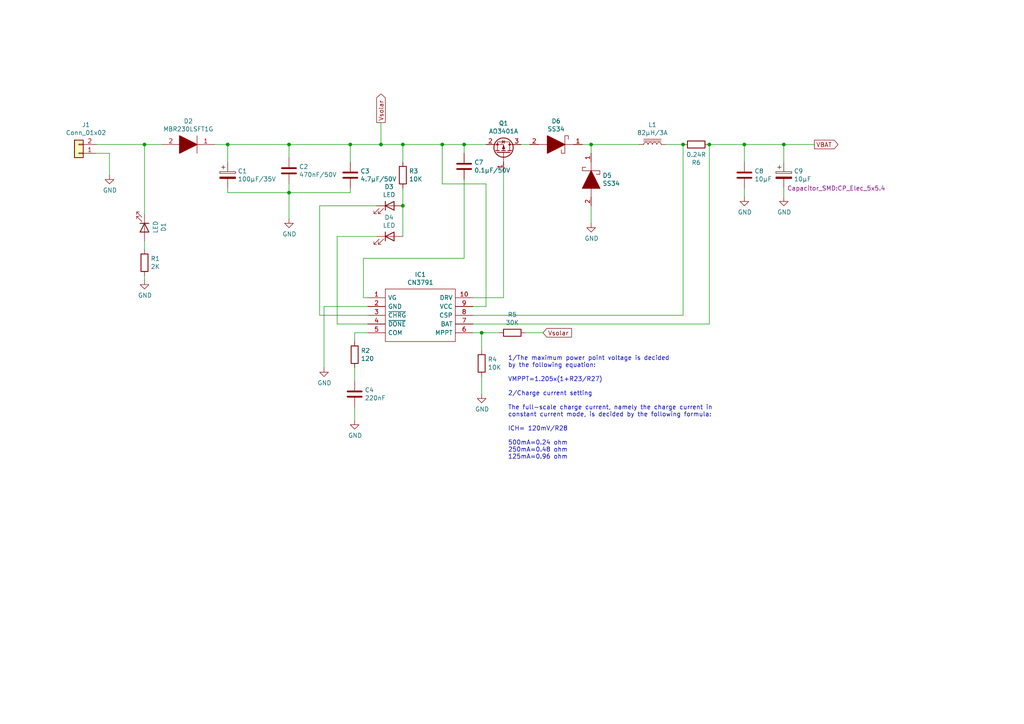
<source format=kicad_sch>
(kicad_sch (version 20211123) (generator eeschema)
  (paper "A4")
  (title_block (title "Open_beehive_scale_board") (date "2022-05-16") (rev "V0.1") (company "Ratamuse"))
  (lib_symbols
    (symbol "CN3791:CN3791" (pin_names (offset 0.762))
      (property "Reference" "IC" (at 26.67 7.62 0))
      (property "Value" "CN3791" (at 26.67 5.08 0))
      (symbol "CN3791_0_0"
        (pin passive line (at 0 0 0) (length 5.08) (name "VG") (number "1"))
        (pin passive line (at 30.48 0 180) (length 5.08) (name "DRV") (number "10"))
        (pin passive line (at 0 -2.54 0) (length 5.08) (name "GND") (number "2"))
        (pin passive line (at 0 -5.08 0) (length 5.08) (name "~{CHRG}") (number "3"))
        (pin passive line (at 0 -7.62 0) (length 5.08) (name "~{DONE}") (number "4"))
        (pin passive line (at 0 -10.16 0) (length 5.08) (name "COM") (number "5"))
        (pin passive line (at 30.48 -10.16 180) (length 5.08) (name "MPPT") (number "6"))
        (pin passive line (at 30.48 -7.62 180) (length 5.08) (name "BAT") (number "7"))
        (pin passive line (at 30.48 -5.08 180) (length 5.08) (name "CSP") (number "8"))
        (pin passive line (at 30.48 -2.54 180) (length 5.08) (name "VCC") (number "9"))
      )
      (symbol "CN3791_0_1"
        (polyline (pts (xy 5.08 2.54) (xy 25.4 2.54) (xy 25.4 -12.7) (xy 5.08 -12.7) (xy 5.08 2.54)) (stroke (width 0.1524)))
      )
    )
    (symbol "Connector_Generic:Conn_01x02" (pin_names (offset 1.016) hide)
      (property "Reference" "J" (at 0 2.54 0))
      (property "Value" "Conn_01x02" (at 0 -5.08 0))
      (symbol "Conn_01x02_1_1"
        (rectangle (start -1.27 -2.413) (end 0 -2.667) (stroke (width 0.1524)))
        (rectangle (start -1.27 0.127) (end 0 -0.127) (stroke (width 0.1524)))
        (rectangle (start -1.27 1.27) (end 1.27 -3.81) (stroke (width 0.254)) (fill (type background)))
        (pin passive line (at -5.08 0 0) (length 3.81) (name "Pin_1") (number "1"))
        (pin passive line (at -5.08 -2.54 0) (length 3.81) (name "Pin_2") (number "2"))
      )
    )
    (symbol "Device:C" (pin_numbers hide) (pin_names (offset 0.254))
      (property "Reference" "C" (at 0.635 2.54 0))
      (property "Value" "C" (at 0.635 -2.54 0))
      (symbol "C_0_1"
        (polyline (pts (xy -2.032 -0.762) (xy 2.032 -0.762)) (stroke (width 0.508)))
        (polyline (pts (xy -2.032 0.762) (xy 2.032 0.762)) (stroke (width 0.508)))
      )
      (symbol "C_1_1"
        (pin passive line (at 0 3.81 270) (length 2.794) (name "~") (number "1"))
        (pin passive line (at 0 -3.81 90) (length 2.794) (name "~") (number "2"))
      )
    )
    (symbol "Device:LED" (pin_numbers hide) (pin_names (offset 1.016) hide)
      (property "Reference" "D" (at 0 2.54 0))
      (property "Value" "LED" (at 0 -2.54 0))
      (symbol "LED_0_1"
        (polyline (pts (xy -1.27 -1.27) (xy -1.27 1.27)) (stroke (width 0.254)))
        (polyline (pts (xy -1.27 0) (xy 1.27 0)))
        (polyline (pts (xy 1.27 -1.27) (xy 1.27 1.27) (xy -1.27 0) (xy 1.27 -1.27)) (stroke (width 0.254)))
        (polyline (pts (xy -3.048 -0.762) (xy -4.572 -2.286) (xy -3.81 -2.286) (xy -4.572 -2.286) (xy -4.572 -1.524)))
        (polyline (pts (xy -1.778 -0.762) (xy -3.302 -2.286) (xy -2.54 -2.286) (xy -3.302 -2.286) (xy -3.302 -1.524)))
      )
      (symbol "LED_1_1"
        (pin passive line (at -3.81 0 0) (length 2.54) (name "K") (number "1"))
        (pin passive line (at 3.81 0 180) (length 2.54) (name "A") (number "2"))
      )
    )
    (symbol "Device:R" (pin_numbers hide) (pin_names (offset 0))
      (property "Reference" "R" (at 2.032 0 90))
      (property "Value" "R" (at 0 0 90))
      (symbol "R_0_1"
        (rectangle (start -1.016 -2.54) (end 1.016 2.54) (stroke (width 0.254)))
      )
      (symbol "R_1_1"
        (pin passive line (at 0 3.81 270) (length 1.27) (name "~") (number "1"))
        (pin passive line (at 0 -3.81 90) (length 1.27) (name "~") (number "2"))
      )
    )
    (symbol "MBR230LSFT1G:MBR230LSFT1G" (pin_names (offset 0.762))
      (property "Reference" "D" (at 11.43 5.08 0))
      (property "Value" "MBR230LSFT1G" (at 11.43 2.54 0))
      (symbol "MBR230LSFT1G_0_0"
        (pin passive line (at 0 0 0) (length 5.08) (name "~") (number "1"))
        (pin passive line (at 15.24 0 180) (length 5.08) (name "~") (number "2"))
      )
      (symbol "MBR230LSFT1G_0_1"
        (polyline (pts (xy 5.08 2.54) (xy 5.08 -2.54)) (stroke (width 0.1524)))
        (polyline (pts (xy 5.08 0) (xy 10.16 2.54) (xy 10.16 -2.54) (xy 5.08 0)) (stroke (width 0.254)) (fill (type outline)))
      )
    )
    (symbol "SS34:SS34" (pin_names (offset 0.762))
      (property "Reference" "D" (at 12.7 8.89 0))
      (property "Value" "SS34" (at 12.7 6.35 0))
      (symbol "SS34_0_0"
        (pin passive line (at 2.54 0 0) (length 2.54) (name "~") (number "1"))
        (pin passive line (at 17.78 0 180) (length 2.54) (name "~") (number "2"))
      )
      (symbol "SS34_0_1"
        (polyline (pts (xy 5.08 0) (xy 7.62 0)) (stroke (width 0.1524)))
        (polyline (pts (xy 7.62 2.54) (xy 7.62 -2.54)) (stroke (width 0.1524)))
        (polyline (pts (xy 12.7 0) (xy 15.24 0)) (stroke (width 0.1524)))
        (polyline (pts (xy 7.62 -2.54) (xy 6.604 -2.54) (xy 6.604 -1.524)) (stroke (width 0.1524)))
        (polyline (pts (xy 7.62 2.54) (xy 8.636 2.54) (xy 8.636 1.524)) (stroke (width 0.1524)))
        (polyline (pts (xy 7.62 0) (xy 12.7 2.54) (xy 12.7 -2.54) (xy 7.62 0)) (stroke (width 0.254)) (fill (type outline)))
      )
    )
    (symbol "Transistor_FET:AO3401A" (pin_names hide)
      (property "Reference" "Q" (at 5.08 1.905 0))
      (property "Value" "AO3401A" (at 5.08 0 0))
      (symbol "AO3401A_0_1"
        (polyline (pts (xy 0.254 0) (xy -2.54 0)))
        (polyline (pts (xy 0.254 1.905) (xy 0.254 -1.905)) (stroke (width 0.254)))
        (polyline (pts (xy 0.762 -1.27) (xy 0.762 -2.286)) (stroke (width 0.254)))
        (polyline (pts (xy 0.762 0.508) (xy 0.762 -0.508)) (stroke (width 0.254)))
        (polyline (pts (xy 0.762 2.286) (xy 0.762 1.27)) (stroke (width 0.254)))
        (polyline (pts (xy 2.54 2.54) (xy 2.54 1.778)))
        (polyline (pts (xy 2.54 -2.54) (xy 2.54 0) (xy 0.762 0)))
        (polyline (pts (xy 0.762 1.778) (xy 3.302 1.778) (xy 3.302 -1.778) (xy 0.762 -1.778)))
        (polyline (pts (xy 2.286 0) (xy 1.27 0.381) (xy 1.27 -0.381) (xy 2.286 0)) (fill (type outline)))
        (polyline (pts (xy 2.794 -0.508) (xy 2.921 -0.381) (xy 3.683 -0.381) (xy 3.81 -0.254)))
        (polyline (pts (xy 3.302 -0.381) (xy 2.921 0.254) (xy 3.683 0.254) (xy 3.302 -0.381)))
        (circle (center 1.651 0) (radius 2.794) (stroke (width 0.254)))
        (circle (center 2.54 -1.778) (radius 0.254) (fill (type outline)))
        (circle (center 2.54 1.778) (radius 0.254) (fill (type outline)))
      )
      (symbol "AO3401A_1_1"
        (pin input line (at -5.08 0 0) (length 2.54) (name "G") (number "1"))
        (pin passive line (at 2.54 -5.08 90) (length 2.54) (name "S") (number "2"))
        (pin passive line (at 2.54 5.08 270) (length 2.54) (name "D") (number "3"))
      )
    )
    (symbol "power:GND" (power) (pin_names (offset 0))
      (property "Value" "GND" (at 0 -3.81 0))
      (symbol "GND_0_1"
        (polyline (pts (xy 0 0) (xy 0 -1.27) (xy 1.27 -1.27) (xy 0 -2.54) (xy -1.27 -1.27) (xy 0 -1.27)))
      )
      (symbol "GND_1_1"
        (pin power_in line (at 0 0 270) (length 0) hide (name "GND") (number "1"))
      )
    )
    (symbol "ruche-rescue:CP-Device" (pin_numbers hide) (pin_names (offset 0.254))
      (property "Reference" "C" (at 0.635 2.54 0))
      (property "Value" "CP-Device" (at 0.635 -2.54 0))
      (symbol "CP-Device_0_1"
        (rectangle (start -2.286 0.508) (end 2.286 1.016))
        (polyline (pts (xy -1.778 2.286) (xy -0.762 2.286)))
        (polyline (pts (xy -1.27 2.794) (xy -1.27 1.778)))
        (rectangle (start 2.286 -0.508) (end -2.286 -1.016) (fill (type outline)))
      )
      (symbol "CP-Device_1_1"
        (pin passive line (at 0 3.81 270) (length 2.794) (name "~") (number "1"))
        (pin passive line (at 0 -3.81 90) (length 2.794) (name "~") (number "2"))
      )
    )
    (symbol "ruche-rescue:L_Core_Iron-Device" (pin_numbers hide) (pin_names (offset 1.016) hide)
      (property "Reference" "L" (at -1.27 0 90))
      (property "Value" "L_Core_Iron-Device" (at 2.794 0 90))
      (symbol "L_Core_Iron-Device_0_1"
        (arc (start 0 -2.54) (mid 0.635 -1.905) (end 0 -1.27))
        (arc (start 0 -1.27) (mid 0.635 -0.635) (end 0 0))
        (polyline (pts (xy 1.016 2.54) (xy 1.016 -2.54)))
        (polyline (pts (xy 1.524 -2.54) (xy 1.524 2.54)))
        (arc (start 0 0) (mid 0.635 0.635) (end 0 1.27))
        (arc (start 0 1.27) (mid 0.635 1.905) (end 0 2.54))
      )
      (symbol "L_Core_Iron-Device_1_1"
        (pin passive line (at 0 3.81 270) (length 1.27) (name "1") (number "1"))
        (pin passive line (at 0 -3.81 90) (length 1.27) (name "2") (number "2"))
      )
    )
  )
  (junction (at 215.9 41.91))
  (junction (at 66.04 41.91))
  (junction (at 101.6 41.91))
  (junction (at 116.84 41.91))
  (junction (at 134.62 41.91))
  (junction (at 227.33 41.91))
  (junction (at 171.45 41.91))
  (junction (at 110.49 41.91))
  (junction (at 83.82 55.88))
  (junction (at 198.12 41.91))
  (junction (at 83.82 41.91))
  (junction (at 139.7 96.52))
  (junction (at 41.91 41.91))
  (junction (at 205.74 41.91))
  (junction (at 128.27 41.91))
  (junction (at 116.84 59.69))
  (wire (pts (xy 83.82 55.88) (xy 83.82 63.5)))
  (wire (pts (xy 83.82 41.91) (xy 101.6 41.91)))
  (wire (pts (xy 215.9 41.91) (xy 215.9 46.99)))
  (wire (pts (xy 128.27 41.91) (xy 134.62 41.91)))
  (wire (pts (xy 134.62 44.45) (xy 134.62 41.91)))
  (wire (pts (xy 66.04 41.91) (xy 66.04 46.99)))
  (wire (pts (xy 137.16 93.98) (xy 205.74 93.98)))
  (wire (pts (xy 105.41 86.36) (xy 106.68 86.36)))
  (wire (pts (xy 92.71 91.44) (xy 106.68 91.44)))
  (wire (pts (xy 110.49 35.56) (xy 110.49 41.91)))
  (wire (pts (xy 41.91 81.28) (xy 41.91 80.01)))
  (wire (pts (xy 215.9 57.15) (xy 215.9 54.61)))
  (wire (pts (xy 134.62 41.91) (xy 140.97 41.91)))
  (wire (pts (xy 31.75 44.45) (xy 31.75 50.8)))
  (wire (pts (xy 134.62 74.93) (xy 105.41 74.93)))
  (wire (pts (xy 215.9 41.91) (xy 227.33 41.91)))
  (wire (pts (xy 137.16 96.52) (xy 139.7 96.52)))
  (wire (pts (xy 41.91 72.39) (xy 41.91 69.85)))
  (wire (pts (xy 151.13 41.91) (xy 153.67 41.91)))
  (wire (pts (xy 93.98 88.9) (xy 106.68 88.9)))
  (wire (pts (xy 83.82 53.34) (xy 83.82 55.88)))
  (wire (pts (xy 137.16 86.36) (xy 146.05 86.36)))
  (wire (pts (xy 92.71 59.69) (xy 92.71 91.44)))
  (wire (pts (xy 139.7 109.22) (xy 139.7 114.3)))
  (wire (pts (xy 193.04 41.91) (xy 198.12 41.91)))
  (wire (pts (xy 66.04 55.88) (xy 66.04 54.61)))
  (wire (pts (xy 171.45 41.91) (xy 171.45 44.45)))
  (wire (pts (xy 152.4 96.52) (xy 157.48 96.52)))
  (wire (pts (xy 101.6 41.91) (xy 101.6 46.99)))
  (wire (pts (xy 140.97 53.34) (xy 140.97 88.9)))
  (wire (pts (xy 106.68 96.52) (xy 102.87 96.52)))
  (wire (pts (xy 116.84 54.61) (xy 116.84 59.69)))
  (wire (pts (xy 105.41 74.93) (xy 105.41 86.36)))
  (wire (pts (xy 62.23 41.91) (xy 66.04 41.91)))
  (wire (pts (xy 93.98 88.9) (xy 93.98 106.68)))
  (wire (pts (xy 205.74 41.91) (xy 205.74 93.98)))
  (wire (pts (xy 227.33 54.61) (xy 227.33 57.15)))
  (wire (pts (xy 27.94 41.91) (xy 41.91 41.91)))
  (wire (pts (xy 140.97 53.34) (xy 128.27 53.34)))
  (wire (pts (xy 116.84 59.69) (xy 116.84 68.58)))
  (wire (pts (xy 101.6 55.88) (xy 101.6 54.61)))
  (wire (pts (xy 171.45 41.91) (xy 185.42 41.91)))
  (wire (pts (xy 139.7 96.52) (xy 144.78 96.52)))
  (wire (pts (xy 146.05 49.53) (xy 146.05 86.36)))
  (wire (pts (xy 227.33 41.91) (xy 236.22 41.91)))
  (wire (pts (xy 41.91 41.91) (xy 46.99 41.91)))
  (wire (pts (xy 110.49 41.91) (xy 116.84 41.91)))
  (wire (pts (xy 102.87 106.68) (xy 102.87 110.49)))
  (wire (pts (xy 139.7 96.52) (xy 139.7 101.6)))
  (wire (pts (xy 109.22 59.69) (xy 92.71 59.69)))
  (wire (pts (xy 41.91 41.91) (xy 41.91 62.23)))
  (wire (pts (xy 116.84 41.91) (xy 116.84 46.99)))
  (wire (pts (xy 66.04 41.91) (xy 83.82 41.91)))
  (wire (pts (xy 168.91 41.91) (xy 171.45 41.91)))
  (wire (pts (xy 27.94 44.45) (xy 31.75 44.45)))
  (wire (pts (xy 171.45 59.69) (xy 171.45 64.77)))
  (wire (pts (xy 116.84 41.91) (xy 128.27 41.91)))
  (wire (pts (xy 227.33 41.91) (xy 227.33 46.99)))
  (wire (pts (xy 83.82 55.88) (xy 101.6 55.88)))
  (wire (pts (xy 83.82 41.91) (xy 83.82 45.72)))
  (wire (pts (xy 97.79 68.58) (xy 97.79 93.98)))
  (wire (pts (xy 109.22 68.58) (xy 97.79 68.58)))
  (wire (pts (xy 101.6 41.91) (xy 110.49 41.91)))
  (wire (pts (xy 205.74 41.91) (xy 215.9 41.91)))
  (wire (pts (xy 66.04 55.88) (xy 83.82 55.88)))
  (wire (pts (xy 134.62 52.07) (xy 134.62 74.93)))
  (wire (pts (xy 128.27 53.34) (xy 128.27 41.91)))
  (wire (pts (xy 102.87 121.92) (xy 102.87 118.11)))
  (wire (pts (xy 102.87 96.52) (xy 102.87 99.06)))
  (wire (pts (xy 97.79 93.98) (xy 106.68 93.98)))
  (wire (pts (xy 137.16 88.9) (xy 140.97 88.9)))
  (wire (pts (xy 198.12 41.91) (xy 198.12 91.44)))
  (wire (pts (xy 198.12 91.44) (xy 137.16 91.44)))
  (text "1/The maximum power point voltage is decided\nby the following equation:\n\nVMPPT=1.205x(1+R23/R27)\n\n2/Charge current setting\n\nThe full-scale charge current, namely the charge current in \nconstant current mode, is decided by the following formula:\n\nICH= 120mV/R28\n\n500mA=0.24 ohm\n250mA=0.48 ohm\n125mA=0.96 ohm" (at 147.32 133.35 0) (effects (font (size 1.27 1.27)) (justify left bottom)))
  (global_label "Vsolar" (shape output) (at 110.49 35.56 90) (property "Intersheet References" "${INTERSHEET_REFS}" (effects hide)))
  (global_label "Vsolar" (shape input) (at 157.48 96.52 0) (property "Intersheet References" "${INTERSHEET_REFS}" (effects hide)))
  (global_label "VBAT" (shape output) (at 236.22 41.91 0) (property "Intersheet References" "${INTERSHEET_REFS}" (effects hide)))
  (symbol (lib_id "Connector_Generic:Conn_01x02") (at 22.86 44.45 180) (unit 1)
    (property "Reference" "J1" (at 24.9428 36.195 0))
    (property "Value" "Conn_01x02" (at 24.9428 38.5064 0))
    (property "Footprint" "Empreintes:SHDR2W90P0X500_1X2_1060X980X1380P" (effects hide))
  )
  (symbol (lib_id "Device:R") (at 102.87 102.87 0) (unit 1)
    (property "Reference" "R2" (at 104.648 101.7016 0) (effects (justify left)))
    (property "Value" "120" (at 104.648 104.013 0) (effects (justify left)))
    (property "Footprint" "Resistor_SMD:R_0603_1608Metric" (effects hide))
  )
  (symbol (lib_id "power:GND") (at 83.82 63.5 0) (unit 1)
    (property "Reference" "#PWR0132" (effects hide))
    (property "Value" "GND" (at 83.947 67.8942 0))
  )
  (symbol (lib_id "Device:LED") (at 41.91 66.04 270) (unit 1)
    (property "Reference" "D1" (at 47.4218 65.8622 0))
    (property "Value" "LED" (at 45.1104 65.8622 0))
    (property "Footprint" "LED_SMD:LED_0603_1608Metric_Castellated" (effects hide))
  )
  (symbol (lib_id "Device:R") (at 41.91 76.2 0) (unit 1)
    (property "Reference" "R1" (at 43.688 75.0316 0) (effects (justify left)))
    (property "Value" "2K" (at 43.688 77.343 0) (effects (justify left)))
    (property "Footprint" "Resistor_SMD:R_0603_1608Metric" (effects hide))
  )
  (symbol (lib_id "ruche-rescue:CP-Device") (at 66.04 50.8 0) (unit 1)
    (property "Reference" "C1" (at 68.961 49.6316 0) (effects (justify left)))
    (property "Value" "100µF/35V" (at 68.961 51.943 0) (effects (justify left)))
    (property "Footprint" "Capacitor_SMD:CP_Elec_6.3x7.7" (effects hide))
  )
  (symbol (lib_id "CN3791:CN3791") (at 106.68 86.36 0) (unit 1)
    (property "Reference" "IC1" (at 121.92 79.629 0))
    (property "Value" "CN3791" (at 121.92 81.9404 0))
    (property "Footprint" "Empreintes:SOP100P600X175-10N" (effects hide))
    (property "Datasheet" "http://www.consonance-elec.com/pdf/datasheet/DSE-CN3791.pdf" (effects hide))
    (property "Description" "ic" (effects hide))
    (property "Height" "1.75" (effects hide))
    (property "Manufacturer_Name" "Consonance" (effects hide))
    (property "Manufacturer_Part_Number" "CN3791" (effects hide))
  )
  (symbol (lib_id "Device:R") (at 116.84 50.8 0) (unit 1)
    (property "Reference" "R3" (at 118.618 49.6316 0) (effects (justify left)))
    (property "Value" "10K" (at 118.618 51.943 0) (effects (justify left)))
    (property "Footprint" "Resistor_SMD:R_0603_1608Metric" (effects hide))
  )
  (symbol (lib_id "Device:C") (at 134.62 48.26 0) (unit 1)
    (property "Reference" "C7" (at 137.541 47.0916 0) (effects (justify left)))
    (property "Value" "0.1µF/50V" (at 137.541 49.403 0) (effects (justify left)))
    (property "Footprint" "Capacitor_SMD:C_0603_1608Metric" (effects hide))
  )
  (symbol (lib_id "power:GND") (at 93.98 106.68 0) (unit 1)
    (property "Reference" "#PWR0130" (effects hide))
    (property "Value" "GND" (at 94.107 111.0742 0))
  )
  (symbol (lib_id "power:GND") (at 102.87 121.92 0) (unit 1)
    (property "Reference" "#PWR0131" (effects hide))
    (property "Value" "GND" (at 102.997 126.3142 0))
  )
  (symbol (lib_id "Device:R") (at 148.59 96.52 270) (unit 1)
    (property "Reference" "R5" (at 148.59 91.2622 90))
    (property "Value" "30K" (at 148.59 93.5736 90))
    (property "Footprint" "Resistor_SMD:R_0603_1608Metric" (effects hide))
  )
  (symbol (lib_id "SS34:SS34") (at 171.45 41.91 180) (unit 1)
    (property "Reference" "D6" (at 161.29 35.1282 0))
    (property "Value" "SS34" (at 161.29 37.4396 0))
    (property "Footprint" "Empreintes:DIOM8059X256N" (effects hide))
    (property "Datasheet" "https://componentsearchengine.com/Datasheets/2/SS34.pdf" (effects hide))
    (property "Description" "ON Semi SS34 SMT Schottky Diode, 40V 3A, 2-Pin DO-214AB" (effects hide))
    (property "Height" "2.56" (effects hide))
    (property "Manufacturer_Name" "ON Semiconductor" (effects hide))
    (property "Manufacturer_Part_Number" "SS34" (effects hide))
    (property "Mouser Part Number" "512-SS34" (effects hide))
    (property "Mouser Price/Stock" "https://www.mouser.co.uk/ProductDetail/ON-Semiconductor-Fairchild/SS34?qs=2ONuHmP%2FXzb3ub11UdFfdQ%3D%3D" (effects hide))
    (property "Arrow Part Number" "SS34" (effects hide))
    (property "Arrow Price/Stock" "https://www.arrow.com/en/products/ss34/on-semiconductor" (effects hide))
  )
  (symbol (lib_id "Device:C") (at 215.9 50.8 0) (unit 1)
    (property "Reference" "C8" (at 218.821 49.6316 0) (effects (justify left)))
    (property "Value" "10µF" (at 218.821 51.943 0) (effects (justify left)))
    (property "Footprint" "Capacitor_SMD:C_0805_2012Metric" (effects hide))
  )
  (symbol (lib_id "Device:LED") (at 113.03 68.58 0) (unit 1)
    (property "Reference" "D4" (at 112.8522 63.0682 0))
    (property "Value" "LED" (at 112.8522 65.3796 0))
    (property "Footprint" "LED_SMD:LED_0603_1608Metric_Castellated" (effects hide))
  )
  (symbol (lib_id "power:GND") (at 139.7 114.3 0) (unit 1)
    (property "Reference" "#PWR0136" (effects hide))
    (property "Value" "GND" (at 139.827 118.6942 0))
  )
  (symbol (lib_id "Device:LED") (at 113.03 59.69 0) (unit 1)
    (property "Reference" "D3" (at 112.8522 54.1782 0))
    (property "Value" "LED" (at 112.8522 56.4896 0))
    (property "Footprint" "LED_SMD:LED_0603_1608Metric_Castellated" (effects hide))
  )
  (symbol (lib_id "Device:C") (at 101.6 50.8 0) (unit 1)
    (property "Reference" "C3" (at 104.521 49.6316 0) (effects (justify left)))
    (property "Value" "4.7µF/50V" (at 104.521 51.943 0) (effects (justify left)))
    (property "Footprint" "Capacitor_SMD:C_0805_2012Metric" (effects hide))
  )
  (symbol (lib_id "Device:R") (at 139.7 105.41 0) (unit 1)
    (property "Reference" "R4" (at 141.478 104.2416 0) (effects (justify left)))
    (property "Value" "10K" (at 141.478 106.553 0) (effects (justify left)))
    (property "Footprint" "Resistor_SMD:R_0603_1608Metric" (effects hide))
  )
  (symbol (lib_id "Device:C") (at 102.87 114.3 0) (unit 1)
    (property "Reference" "C4" (at 105.791 113.1316 0) (effects (justify left)))
    (property "Value" "220nF" (at 105.791 115.443 0) (effects (justify left)))
    (property "Footprint" "Capacitor_SMD:C_0603_1608Metric" (effects hide))
  )
  (symbol (lib_id "MBR230LSFT1G:MBR230LSFT1G") (at 62.23 41.91 180) (unit 1)
    (property "Reference" "D2" (at 54.61 35.1282 0))
    (property "Value" "MBR230LSFT1G" (at 54.61 37.4396 0))
    (property "Footprint" "Empreintes:SODFL3616X98N" (effects hide))
    (property "Datasheet" "http://www.onsemi.com/pub/Collateral/MBR230LSFT1-D.PDF" (effects hide))
    (property "Description" "Diode Schottky 30V 2A SOD123FL ON Semiconductor MBR230LSFT1G Schottky Diode, 2A, 30V, 2-Pin SOD-123FL" (effects hide))
    (property "Height" "0.98" (effects hide))
    (property "Manufacturer_Name" "ON Semiconductor" (effects hide))
    (property "Manufacturer_Part_Number" "MBR230LSFT1G" (effects hide))
    (property "Mouser Part Number" "863-MBR230LSFT1G" (effects hide))
    (property "Mouser Price/Stock" "https://www.mouser.co.uk/ProductDetail/ON-Semiconductor/MBR230LSFT1G/?qs=Jh7l0IbPjid1ZBeNXVj%2FnA%3D%3D" (effects hide))
    (property "Arrow Part Number" "MBR230LSFT1G" (effects hide))
    (property "Arrow Price/Stock" "https://www.arrow.com/en/products/mbr230lsft1g/on-semiconductor" (effects hide))
  )
  (symbol (lib_id "Device:R") (at 201.93 41.91 90) (unit 1)
    (property "Reference" "R6" (at 201.93 47.1678 90))
    (property "Value" "0.24R" (at 201.93 44.8564 90))
    (property "Footprint" "Resistor_SMD:R_2512_6332Metric" (effects hide))
  )
  (symbol (lib_id "power:GND") (at 215.9 57.15 0) (unit 1)
    (property "Reference" "#PWR0134" (effects hide))
    (property "Value" "GND" (at 216.027 61.5442 0))
  )
  (symbol (lib_id "power:GND") (at 171.45 64.77 0) (unit 1)
    (property "Reference" "#PWR0133" (effects hide))
    (property "Value" "GND" (at 171.577 69.1642 0))
  )
  (symbol (lib_id "power:GND") (at 227.33 57.15 0) (unit 1)
    (property "Reference" "#PWR0135" (effects hide))
    (property "Value" "GND" (at 227.457 61.5442 0))
  )
  (symbol (lib_id "power:GND") (at 31.75 50.8 0) (unit 1)
    (property "Reference" "#PWR0129" (effects hide))
    (property "Value" "GND" (at 31.877 55.1942 0))
  )
  (symbol (lib_id "ruche-rescue:CP-Device") (at 227.33 50.8 0) (unit 1)
    (property "Reference" "C9" (at 230.251 49.6316 0) (effects (justify left)))
    (property "Value" "10µF" (at 230.251 51.943 0) (effects (justify left)))
    (property "Footprint" "Capacitor_SMD:CP_Elec_5x5.4" (at 228.2952 54.61 0) (effects (justify left)))
  )
  (symbol (lib_id "Transistor_FET:AO3401A") (at 146.05 44.45 270) (mirror x) (unit 1)
    (property "Reference" "Q1" (at 146.05 35.7632 90))
    (property "Value" "AO3401A" (at 146.05 38.0746 90))
    (property "Footprint" "Package_TO_SOT_SMD:SOT-23" (effects hide))
    (property "Datasheet" "http://www.aosmd.com/pdfs/datasheet/AO3401A.pdf" (effects hide))
  )
  (symbol (lib_id "ruche-rescue:L_Core_Iron-Device") (at 189.23 41.91 90) (unit 1)
    (property "Reference" "L1" (at 189.23 36.195 90))
    (property "Value" "82µH/3A" (at 189.23 38.5064 90))
    (property "Footprint" "Empreintes:INDPM138126X700N" (effects hide))
  )
  (symbol (lib_id "SS34:SS34") (at 171.45 41.91 270) (unit 1)
    (property "Reference" "D5" (at 174.752 50.9016 90) (effects (justify left)))
    (property "Value" "SS34" (at 174.752 53.213 90) (effects (justify left)))
    (property "Footprint" "Empreintes:DIOM8059X256N" (effects hide))
    (property "Datasheet" "https://componentsearchengine.com/Datasheets/2/SS34.pdf" (effects hide))
    (property "Description" "ON Semi SS34 SMT Schottky Diode, 40V 3A, 2-Pin DO-214AB" (effects hide))
    (property "Height" "2.56" (effects hide))
    (property "Manufacturer_Name" "ON Semiconductor" (effects hide))
    (property "Manufacturer_Part_Number" "SS34" (effects hide))
    (property "Mouser Part Number" "512-SS34" (effects hide))
    (property "Mouser Price/Stock" "https://www.mouser.co.uk/ProductDetail/ON-Semiconductor-Fairchild/SS34?qs=2ONuHmP%2FXzb3ub11UdFfdQ%3D%3D" (effects hide))
    (property "Arrow Part Number" "SS34" (effects hide))
    (property "Arrow Price/Stock" "https://www.arrow.com/en/products/ss34/on-semiconductor" (effects hide))
  )
  (symbol (lib_id "Device:C") (at 83.82 49.53 0) (unit 1)
    (property "Reference" "C2" (at 86.741 48.3616 0) (effects (justify left)))
    (property "Value" "470nF/50V" (at 86.741 50.673 0) (effects (justify left)))
    (property "Footprint" "Capacitor_SMD:C_0603_1608Metric" (effects hide))
  )
  (symbol (lib_id "power:GND") (at 41.91 81.28 0) (unit 1)
    (property "Reference" "#PWR0137" (effects hide))
    (property "Value" "GND" (at 42.037 85.6742 0))
  )
)
</source>
